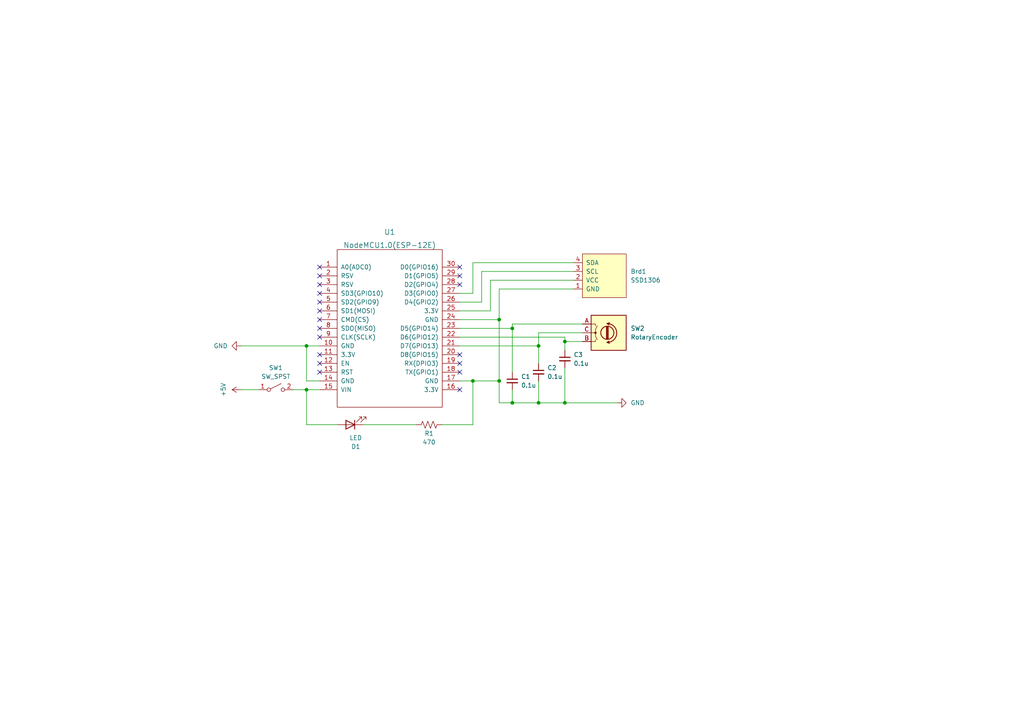
<source format=kicad_sch>
(kicad_sch (version 20211123) (generator eeschema)
  (paper "A4")
  (title_block (title "memento-mori") (date "2023-01-13") (company "Barrett Otte"))
  (lib_symbols
    (symbol "Device:C_Small" (pin_numbers hide) (pin_names (offset 0.254) hide)
      (property "Reference" "C" (at 0.254 1.778 0))
      (property "Value" "C_Small" (at 0.254 -2.032 0))
      (symbol "C_Small_0_1"
        (polyline (pts (xy -1.524 -0.508) (xy 1.524 -0.508)) (stroke (width 0.3302)))
        (polyline (pts (xy -1.524 0.508) (xy 1.524 0.508)) (stroke (width 0.3048)))
      )
      (symbol "C_Small_1_1"
        (pin passive line (at 0 2.54 270) (length 2.032) (name "~") (number "1"))
        (pin passive line (at 0 -2.54 90) (length 2.032) (name "~") (number "2"))
      )
    )
    (symbol "Device:LED" (pin_numbers hide) (pin_names (offset 1.016) hide)
      (property "Reference" "D" (at 0 2.54 0))
      (property "Value" "LED" (at 0 -2.54 0))
      (symbol "LED_0_1"
        (polyline (pts (xy -1.27 -1.27) (xy -1.27 1.27)) (stroke (width 0.254)))
        (polyline (pts (xy -1.27 0) (xy 1.27 0)))
        (polyline (pts (xy 1.27 -1.27) (xy 1.27 1.27) (xy -1.27 0) (xy 1.27 -1.27)) (stroke (width 0.254)))
        (polyline (pts (xy -3.048 -0.762) (xy -4.572 -2.286) (xy -3.81 -2.286) (xy -4.572 -2.286) (xy -4.572 -1.524)))
        (polyline (pts (xy -1.778 -0.762) (xy -3.302 -2.286) (xy -2.54 -2.286) (xy -3.302 -2.286) (xy -3.302 -1.524)))
      )
      (symbol "LED_1_1"
        (pin passive line (at -3.81 0 0) (length 2.54) (name "K") (number "1"))
        (pin passive line (at 3.81 0 180) (length 2.54) (name "A") (number "2"))
      )
    )
    (symbol "Device:R_US" (pin_numbers hide) (pin_names (offset 0))
      (property "Reference" "R" (at 2.54 0 90))
      (property "Value" "R_US" (at -2.54 0 90))
      (symbol "R_US_0_1"
        (polyline (pts (xy 0 -2.286) (xy 0 -2.54)))
        (polyline (pts (xy 0 2.286) (xy 0 2.54)))
        (polyline (pts (xy 0 -0.762) (xy 1.016 -1.143) (xy 0 -1.524) (xy -1.016 -1.905) (xy 0 -2.286)))
        (polyline (pts (xy 0 0.762) (xy 1.016 0.381) (xy 0 0) (xy -1.016 -0.381) (xy 0 -0.762)))
        (polyline (pts (xy 0 2.286) (xy 1.016 1.905) (xy 0 1.524) (xy -1.016 1.143) (xy 0 0.762)))
      )
      (symbol "R_US_1_1"
        (pin passive line (at 0 3.81 270) (length 1.27) (name "~") (number "1"))
        (pin passive line (at 0 -3.81 90) (length 1.27) (name "~") (number "2"))
      )
    )
    (symbol "Device:RotaryEncoder" (pin_names (offset 0.254) hide)
      (property "Reference" "SW" (at 0 6.604 0))
      (property "Value" "RotaryEncoder" (at 0 -6.604 0))
      (symbol "RotaryEncoder_0_1"
        (rectangle (start -5.08 5.08) (end 5.08 -5.08) (stroke (width 0.254)) (fill (type background)))
        (circle (center -3.81 0) (radius 0.254) (fill (type outline)))
        (arc (start -0.381 -2.794) (mid 2.3622 -0.0508) (end -0.381 2.667) (stroke (width 0.254)))
        (circle (center -0.381 0) (radius 1.905) (stroke (width 0.254)))
        (polyline (pts (xy -0.635 -1.778) (xy -0.635 1.778)) (stroke (width 0.254)))
        (polyline (pts (xy -0.381 -1.778) (xy -0.381 1.778)) (stroke (width 0.254)))
        (polyline (pts (xy -0.127 1.778) (xy -0.127 -1.778)) (stroke (width 0.254)))
        (polyline (pts (xy -5.08 -2.54) (xy -3.81 -2.54) (xy -3.81 -2.032)))
        (polyline (pts (xy -5.08 2.54) (xy -3.81 2.54) (xy -3.81 2.032)))
        (polyline (pts (xy 0.254 -3.048) (xy -0.508 -2.794) (xy 0.127 -2.413)) (stroke (width 0.254)))
        (polyline (pts (xy 0.254 2.921) (xy -0.508 2.667) (xy 0.127 2.286)) (stroke (width 0.254)))
        (polyline (pts (xy -5.08 0) (xy -3.81 0) (xy -3.81 -1.016) (xy -3.302 -2.032)))
        (polyline (pts (xy -4.318 0) (xy -3.81 0) (xy -3.81 1.016) (xy -3.302 2.032)))
      )
      (symbol "RotaryEncoder_1_1"
        (pin passive line (at -7.62 2.54 0) (length 2.54) (name "A") (number "A"))
        (pin passive line (at -7.62 -2.54 0) (length 2.54) (name "B") (number "B"))
        (pin passive line (at -7.62 0 0) (length 2.54) (name "C") (number "C"))
      )
    )
    (symbol "ESP8266:NodeMCU1.0(ESP-12E)" (pin_names (offset 1.016))
      (property "Reference" "U" (at 0 21.59 0))
      (property "Value" "NodeMCU1.0(ESP-12E)" (at 0 -21.59 0))
      (symbol "NodeMCU1.0(ESP-12E)_0_1"
        (rectangle (start -15.24 -22.86) (end 15.24 22.86))
      )
      (symbol "NodeMCU1.0(ESP-12E)_1_1"
        (pin input line (at -20.32 17.78 0) (length 5.08) (name "A0(ADC0)") (number "1"))
        (pin input line (at -20.32 -5.08 0) (length 5.08) (name "GND") (number "10"))
        (pin input line (at -20.32 -7.62 0) (length 5.08) (name "3.3V") (number "11"))
        (pin input line (at -20.32 -10.16 0) (length 5.08) (name "EN") (number "12"))
        (pin input line (at -20.32 -12.7 0) (length 5.08) (name "RST") (number "13"))
        (pin input line (at -20.32 -15.24 0) (length 5.08) (name "GND") (number "14"))
        (pin input line (at -20.32 -17.78 0) (length 5.08) (name "VIN") (number "15"))
        (pin input line (at 20.32 -17.78 180) (length 5.08) (name "3.3V") (number "16"))
        (pin input line (at 20.32 -15.24 180) (length 5.08) (name "GND") (number "17"))
        (pin input line (at 20.32 -12.7 180) (length 5.08) (name "TX(GPIO1)") (number "18"))
        (pin input line (at 20.32 -10.16 180) (length 5.08) (name "RX(DPIO3)") (number "19"))
        (pin input line (at -20.32 15.24 0) (length 5.08) (name "RSV") (number "2"))
        (pin input line (at 20.32 -7.62 180) (length 5.08) (name "D8(GPIO15)") (number "20"))
        (pin input line (at 20.32 -5.08 180) (length 5.08) (name "D7(GPIO13)") (number "21"))
        (pin input line (at 20.32 -2.54 180) (length 5.08) (name "D6(GPIO12)") (number "22"))
        (pin input line (at 20.32 0 180) (length 5.08) (name "D5(GPIO14)") (number "23"))
        (pin input line (at 20.32 2.54 180) (length 5.08) (name "GND") (number "24"))
        (pin input line (at 20.32 5.08 180) (length 5.08) (name "3.3V") (number "25"))
        (pin input line (at 20.32 7.62 180) (length 5.08) (name "D4(GPIO2)") (number "26"))
        (pin input line (at 20.32 10.16 180) (length 5.08) (name "D3(GPIO0)") (number "27"))
        (pin input line (at 20.32 12.7 180) (length 5.08) (name "D2(GPIO4)") (number "28"))
        (pin input line (at 20.32 15.24 180) (length 5.08) (name "D1(GPIO5)") (number "29"))
        (pin input line (at -20.32 12.7 0) (length 5.08) (name "RSV") (number "3"))
        (pin input line (at 20.32 17.78 180) (length 5.08) (name "D0(GPIO16)") (number "30"))
        (pin input line (at -20.32 10.16 0) (length 5.08) (name "SD3(GPIO10)") (number "4"))
        (pin input line (at -20.32 7.62 0) (length 5.08) (name "SD2(GPIO9)") (number "5"))
        (pin input line (at -20.32 5.08 0) (length 5.08) (name "SD1(MOSI)") (number "6"))
        (pin input line (at -20.32 2.54 0) (length 5.08) (name "CMD(CS)") (number "7"))
        (pin input line (at -20.32 0 0) (length 5.08) (name "SDO(MISO)") (number "8"))
        (pin input line (at -20.32 -2.54 0) (length 5.08) (name "CLK(SCLK)") (number "9"))
      )
    )
    (symbol "SSD1306-128x64_OLED:SSD1306" (pin_names (offset 1.016))
      (property "Reference" "Brd" (at 0 -3.81 0))
      (property "Value" "SSD1306" (at 0 -1.27 0))
      (symbol "SSD1306_0_1"
        (rectangle (start -6.35 6.35) (end 6.35 -6.35) (fill (type background)))
      )
      (symbol "SSD1306_1_1"
        (pin input line (at -3.81 8.89 270) (length 2.54) (name "GND") (number "1"))
        (pin input line (at -1.27 8.89 270) (length 2.54) (name "VCC") (number "2"))
        (pin input line (at 1.27 8.89 270) (length 2.54) (name "SCL") (number "3"))
        (pin input line (at 3.81 8.89 270) (length 2.54) (name "SDA") (number "4"))
      )
    )
    (symbol "Switch:SW_SPST" (pin_names (offset 0) hide)
      (property "Reference" "SW" (at 0 3.175 0))
      (property "Value" "SW_SPST" (at 0 -2.54 0))
      (symbol "SW_SPST_0_0"
        (circle (center -2.032 0) (radius 0.508))
        (polyline (pts (xy -1.524 0.254) (xy 1.524 1.778)))
        (circle (center 2.032 0) (radius 0.508))
      )
      (symbol "SW_SPST_1_1"
        (pin passive line (at -5.08 0 0) (length 2.54) (name "A") (number "1"))
        (pin passive line (at 5.08 0 180) (length 2.54) (name "B") (number "2"))
      )
    )
    (symbol "power:+5V" (power) (pin_names (offset 0))
      (property "Value" "+5V" (at 0 3.556 0))
      (symbol "+5V_0_1"
        (polyline (pts (xy -0.762 1.27) (xy 0 2.54)))
        (polyline (pts (xy 0 0) (xy 0 2.54)))
        (polyline (pts (xy 0 2.54) (xy 0.762 1.27)))
      )
      (symbol "+5V_1_1"
        (pin power_in line (at 0 0 90) (length 0) hide (name "+5V") (number "1"))
      )
    )
    (symbol "power:GND" (power) (pin_names (offset 0))
      (property "Value" "GND" (at 0 -3.81 0))
      (symbol "GND_0_1"
        (polyline (pts (xy 0 0) (xy 0 -1.27) (xy 1.27 -1.27) (xy 0 -2.54) (xy -1.27 -1.27) (xy 0 -1.27)))
      )
      (symbol "GND_1_1"
        (pin power_in line (at 0 0 270) (length 0) hide (name "GND") (number "1"))
      )
    )
  )
  (junction (at 144.78 110.49))
  (junction (at 148.59 116.84))
  (junction (at 144.78 92.71))
  (junction (at 156.21 100.33))
  (junction (at 137.16 110.49))
  (junction (at 163.83 116.84))
  (junction (at 88.9 113.03))
  (junction (at 88.9 100.33))
  (junction (at 163.83 99.06))
  (junction (at 148.59 95.25))
  (junction (at 156.21 116.84))
  (no_connect (at 133.35 77.47))
  (no_connect (at 92.71 82.55))
  (no_connect (at 92.71 95.25))
  (no_connect (at 133.35 80.01))
  (no_connect (at 92.71 107.95))
  (no_connect (at 92.71 80.01))
  (no_connect (at 133.35 113.03))
  (no_connect (at 133.35 105.41))
  (no_connect (at 92.71 92.71))
  (no_connect (at 92.71 85.09))
  (no_connect (at 133.35 82.55))
  (no_connect (at 92.71 90.17))
  (no_connect (at 92.71 97.79))
  (no_connect (at 92.71 105.41))
  (no_connect (at 92.71 102.87))
  (no_connect (at 133.35 107.95))
  (no_connect (at 133.35 102.87))
  (no_connect (at 92.71 87.63))
  (no_connect (at 92.71 77.47))
  (wire (pts (xy 163.83 116.84) (xy 156.21 116.84)))
  (wire (pts (xy 137.16 85.09) (xy 137.16 76.2)))
  (wire (pts (xy 166.37 81.28) (xy 142.24 81.28)))
  (wire (pts (xy 144.78 110.49) (xy 137.16 110.49)))
  (wire (pts (xy 133.35 87.63) (xy 139.7 87.63)))
  (wire (pts (xy 88.9 110.49) (xy 88.9 100.33)))
  (wire (pts (xy 163.83 116.84) (xy 179.07 116.84)))
  (wire (pts (xy 133.35 85.09) (xy 137.16 85.09)))
  (wire (pts (xy 137.16 76.2) (xy 166.37 76.2)))
  (wire (pts (xy 88.9 113.03) (xy 92.71 113.03)))
  (wire (pts (xy 144.78 92.71) (xy 144.78 110.49)))
  (wire (pts (xy 156.21 100.33) (xy 156.21 105.41)))
  (wire (pts (xy 88.9 100.33) (xy 92.71 100.33)))
  (wire (pts (xy 163.83 97.79) (xy 133.35 97.79)))
  (wire (pts (xy 139.7 78.74) (xy 166.37 78.74)))
  (wire (pts (xy 156.21 110.49) (xy 156.21 116.84)))
  (wire (pts (xy 148.59 93.98) (xy 168.91 93.98)))
  (wire (pts (xy 163.83 106.68) (xy 163.83 116.84)))
  (wire (pts (xy 148.59 116.84) (xy 148.59 113.03)))
  (wire (pts (xy 88.9 123.19) (xy 97.79 123.19)))
  (wire (pts (xy 69.85 113.03) (xy 74.93 113.03)))
  (wire (pts (xy 148.59 95.25) (xy 148.59 107.95)))
  (wire (pts (xy 142.24 81.28) (xy 142.24 90.17)))
  (wire (pts (xy 163.83 99.06) (xy 163.83 101.6)))
  (wire (pts (xy 133.35 92.71) (xy 144.78 92.71)))
  (wire (pts (xy 88.9 113.03) (xy 88.9 123.19)))
  (wire (pts (xy 128.27 123.19) (xy 137.16 123.19)))
  (wire (pts (xy 85.09 113.03) (xy 88.9 113.03)))
  (wire (pts (xy 139.7 87.63) (xy 139.7 78.74)))
  (wire (pts (xy 163.83 99.06) (xy 163.83 97.79)))
  (wire (pts (xy 144.78 83.82) (xy 144.78 92.71)))
  (wire (pts (xy 133.35 95.25) (xy 148.59 95.25)))
  (wire (pts (xy 69.85 100.33) (xy 88.9 100.33)))
  (wire (pts (xy 156.21 116.84) (xy 148.59 116.84)))
  (wire (pts (xy 144.78 116.84) (xy 148.59 116.84)))
  (wire (pts (xy 144.78 110.49) (xy 144.78 116.84)))
  (wire (pts (xy 120.65 123.19) (xy 105.41 123.19)))
  (wire (pts (xy 156.21 96.52) (xy 168.91 96.52)))
  (wire (pts (xy 142.24 90.17) (xy 133.35 90.17)))
  (wire (pts (xy 166.37 83.82) (xy 144.78 83.82)))
  (wire (pts (xy 163.83 99.06) (xy 168.91 99.06)))
  (wire (pts (xy 156.21 96.52) (xy 156.21 100.33)))
  (wire (pts (xy 133.35 100.33) (xy 156.21 100.33)))
  (wire (pts (xy 137.16 110.49) (xy 133.35 110.49)))
  (wire (pts (xy 148.59 93.98) (xy 148.59 95.25)))
  (wire (pts (xy 92.71 110.49) (xy 88.9 110.49)))
  (wire (pts (xy 137.16 123.19) (xy 137.16 110.49)))
  (symbol (lib_id "Device:RotaryEncoder") (at 176.53 96.52 0) (unit 1)
    (property "Reference" "SW2" (at 182.88 95.2499 0) (effects (justify left)))
    (property "Value" "RotaryEncoder" (at 182.88 97.7899 0) (effects (justify left)))
  )
  (symbol (lib_id "Device:C_Small") (at 156.21 107.95 0) (unit 1)
    (property "Reference" "C2" (at 158.75 106.6862 0) (effects (justify left)))
    (property "Value" "0.1u" (at 158.75 109.2262 0) (effects (justify left)))
  )
  (symbol (lib_id "Device:C_Small") (at 163.83 104.14 0) (unit 1)
    (property "Reference" "C3" (at 166.37 102.8762 0) (effects (justify left)))
    (property "Value" "0.1u" (at 166.37 105.4162 0) (effects (justify left)))
  )
  (symbol (lib_id "power:+5V") (at 69.85 113.03 90) (unit 1)
    (property "Reference" "#PWR02" (effects hide))
    (property "Value" "+5V" (at 64.77 113.03 0))
  )
  (symbol (lib_id "Device:R_US") (at 124.46 123.19 270) (unit 1)
    (property "Reference" "R1" (at 124.46 125.73 90))
    (property "Value" "470" (at 124.46 128.27 90))
  )
  (symbol (lib_id "Device:C_Small") (at 148.59 110.49 0) (unit 1)
    (property "Reference" "C1" (at 151.13 109.2262 0) (effects (justify left)))
    (property "Value" "0.1u" (at 151.13 111.7662 0) (effects (justify left)))
  )
  (symbol (lib_id "SSD1306-128x64_OLED:SSD1306") (at 175.26 80.01 90) (unit 1)
    (property "Reference" "Brd1" (at 182.88 78.7399 90) (effects (justify right)))
    (property "Value" "SSD1306" (at 182.88 81.2799 90) (effects (justify right)))
  )
  (symbol (lib_id "Device:LED") (at 101.6 123.19 180) (unit 1)
    (property "Reference" "D1" (at 103.1875 129.54 0))
    (property "Value" "LED" (at 103.1875 127 0))
  )
  (symbol (lib_id "ESP8266:NodeMCU1.0(ESP-12E)") (at 113.03 95.25 0) (unit 1)
    (property "Reference" "U1" (at 113.03 67.31 0) (effects (font (size 1.524 1.524))))
    (property "Value" "NodeMCU1.0(ESP-12E)" (at 113.03 71.12 0) (effects (font (size 1.524 1.524))))
  )
  (symbol (lib_id "power:GND") (at 69.85 100.33 270) (unit 1)
    (property "Reference" "#PWR01" (effects hide))
    (property "Value" "GND" (at 66.04 100.3299 90) (effects (justify right)))
  )
  (symbol (lib_id "Switch:SW_SPST") (at 80.01 113.03 0) (unit 1)
    (property "Reference" "SW1" (at 80.01 106.68 0))
    (property "Value" "SW_SPST" (at 80.01 109.22 0))
  )
  (symbol (lib_id "power:GND") (at 179.07 116.84 90) (unit 1)
    (property "Reference" "#PWR03" (effects hide))
    (property "Value" "GND" (at 182.88 116.8399 90) (effects (justify right)))
  )
)
</source>
